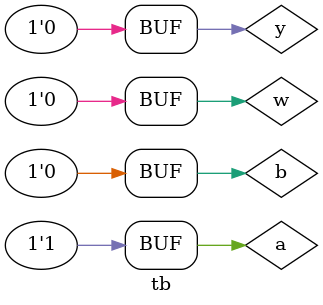
<source format=v>

module tb;

	reg b = 0;
	reg a = 1;
	
	wire y;
	reg w;

	assign y = a & b;
	
	always@(a) begin
	
		w = a & b;
	
	end

endmodule
</source>
